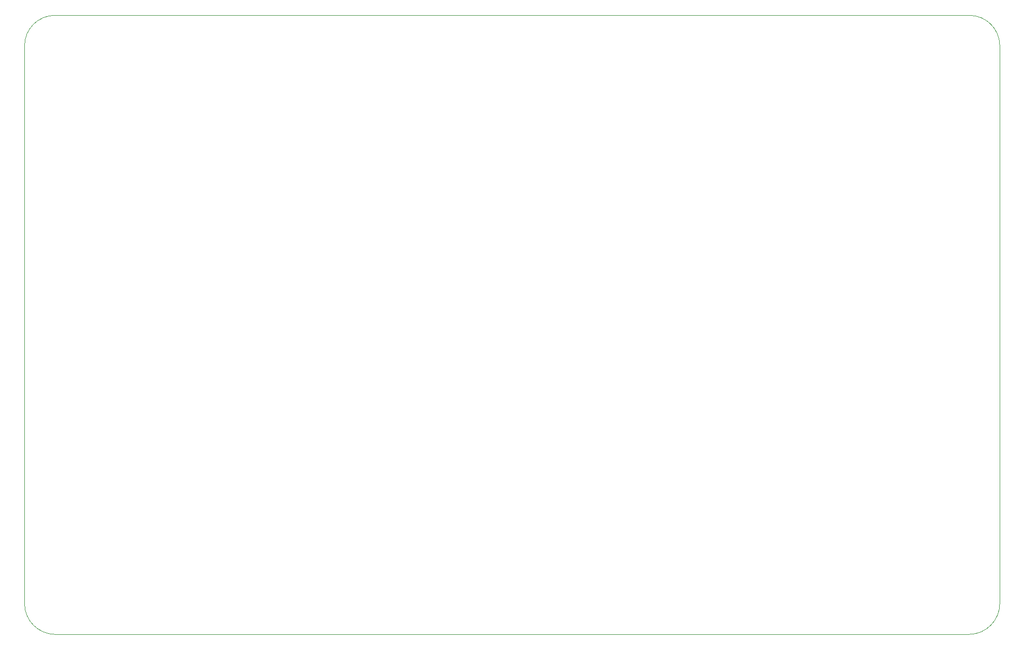
<source format=gbr>
G04 #@! TF.GenerationSoftware,KiCad,Pcbnew,(5.1.5)-3*
G04 #@! TF.CreationDate,2020-09-18T03:23:34-03:00*
G04 #@! TF.ProjectId,Main ECU,4d61696e-2045-4435-952e-6b696361645f,rev?*
G04 #@! TF.SameCoordinates,Original*
G04 #@! TF.FileFunction,Profile,NP*
%FSLAX46Y46*%
G04 Gerber Fmt 4.6, Leading zero omitted, Abs format (unit mm)*
G04 Created by KiCad (PCBNEW (5.1.5)-3) date 2020-09-18 03:23:34*
%MOMM*%
%LPD*%
G04 APERTURE LIST*
%ADD10C,0.050000*%
G04 APERTURE END LIST*
D10*
X101281568Y-151146039D02*
X87971968Y-151146039D01*
X101277000Y-47700000D02*
X87967400Y-47700000D01*
X240750799Y-151146039D02*
X101281568Y-151146039D01*
X101277000Y-47700000D02*
X240770000Y-47700000D01*
X82892400Y-52849999D02*
X82892400Y-52780000D01*
X82892400Y-52849999D02*
X82892400Y-146070000D01*
X245850000Y-52780000D02*
X245850000Y-146000001D01*
X240770000Y-47700000D02*
G75*
G02X245850000Y-52780000I0J-5080000D01*
G01*
X82887400Y-52780000D02*
G75*
G02X87967400Y-47700000I5080000J0D01*
G01*
X245846290Y-146000001D02*
G75*
G02X240750799Y-151146039I-5146290J1D01*
G01*
X87971968Y-151150329D02*
G75*
G02X82892400Y-146070000I69012J5148569D01*
G01*
M02*

</source>
